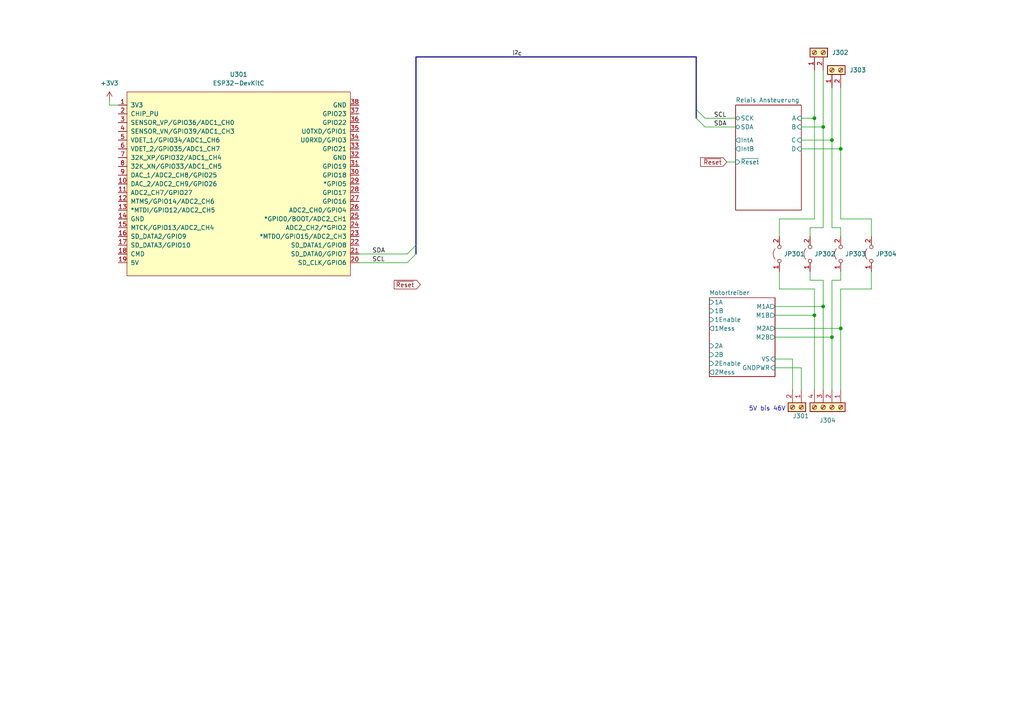
<source format=kicad_sch>
(kicad_sch (version 20211123) (generator eeschema)
  (paper "A4")
  (title_block (date "2022-03-14") (company "makerspace Bocholt"))
  (lib_symbols
    (symbol "Connector:Screw_Terminal_01x02" (pin_names (offset 1.016) hide)
      (property "Reference" "J" (at 0 2.54 0))
      (property "Value" "Screw_Terminal_01x02" (at 0 -5.08 0))
      (symbol "Screw_Terminal_01x02_1_1"
        (rectangle (start -1.27 1.27) (end 1.27 -3.81) (stroke (width 0.254)) (fill (type background)))
        (circle (center 0 -2.54) (radius 0.635) (stroke (width 0.1524)))
        (polyline (pts (xy -0.5334 -2.2098) (xy 0.3302 -3.048)) (stroke (width 0.1524)))
        (polyline (pts (xy -0.5334 0.3302) (xy 0.3302 -0.508)) (stroke (width 0.1524)))
        (polyline (pts (xy -0.3556 -2.032) (xy 0.508 -2.8702)) (stroke (width 0.1524)))
        (polyline (pts (xy -0.3556 0.508) (xy 0.508 -0.3302)) (stroke (width 0.1524)))
        (circle (center 0 0) (radius 0.635) (stroke (width 0.1524)))
        (pin passive line (at -5.08 0 0) (length 3.81) (name "Pin_1") (number "1"))
        (pin passive line (at -5.08 -2.54 0) (length 3.81) (name "Pin_2") (number "2"))
      )
    )
    (symbol "Connector:Screw_Terminal_01x04" (pin_names (offset 1.016) hide)
      (property "Reference" "J" (at 0 5.08 0))
      (property "Value" "Screw_Terminal_01x04" (at 0 -7.62 0))
      (symbol "Screw_Terminal_01x04_1_1"
        (rectangle (start -1.27 3.81) (end 1.27 -6.35) (stroke (width 0.254)) (fill (type background)))
        (circle (center 0 -5.08) (radius 0.635) (stroke (width 0.1524)))
        (circle (center 0 -2.54) (radius 0.635) (stroke (width 0.1524)))
        (polyline (pts (xy -0.5334 -4.7498) (xy 0.3302 -5.588)) (stroke (width 0.1524)))
        (polyline (pts (xy -0.5334 -2.2098) (xy 0.3302 -3.048)) (stroke (width 0.1524)))
        (polyline (pts (xy -0.5334 0.3302) (xy 0.3302 -0.508)) (stroke (width 0.1524)))
        (polyline (pts (xy -0.5334 2.8702) (xy 0.3302 2.032)) (stroke (width 0.1524)))
        (polyline (pts (xy -0.3556 -4.572) (xy 0.508 -5.4102)) (stroke (width 0.1524)))
        (polyline (pts (xy -0.3556 -2.032) (xy 0.508 -2.8702)) (stroke (width 0.1524)))
        (polyline (pts (xy -0.3556 0.508) (xy 0.508 -0.3302)) (stroke (width 0.1524)))
        (polyline (pts (xy -0.3556 3.048) (xy 0.508 2.2098)) (stroke (width 0.1524)))
        (circle (center 0 0) (radius 0.635) (stroke (width 0.1524)))
        (circle (center 0 2.54) (radius 0.635) (stroke (width 0.1524)))
        (pin passive line (at -5.08 2.54 0) (length 3.81) (name "Pin_1") (number "1"))
        (pin passive line (at -5.08 0 0) (length 3.81) (name "Pin_2") (number "2"))
        (pin passive line (at -5.08 -2.54 0) (length 3.81) (name "Pin_3") (number "3"))
        (pin passive line (at -5.08 -5.08 0) (length 3.81) (name "Pin_4") (number "4"))
      )
    )
    (symbol "Espressif:ESP32-DevKitC" (pin_names (offset 1.016))
      (property "Reference" "U" (at -8.89 26.67 0))
      (property "Value" "ESP32-DevKitC" (at 0 -29.21 0))
      (symbol "ESP32-DevKitC_0_0"
        (pin power_in line (at -33.02 -11.43 0) (length 2.54) (name "GND") (number "14"))
        (pin power_in line (at -33.02 -24.13 0) (length 2.54) (name "5V") (number "19"))
      )
      (symbol "ESP32-DevKitC_0_1"
        (rectangle (start -30.48 25.4) (end 34.29 -27.94) (fill (type background)))
      )
      (symbol "ESP32-DevKitC_1_1"
        (pin power_in line (at -33.02 21.59 0) (length 2.54) (name "3V3") (number "1"))
        (pin bidirectional line (at -33.02 -1.27 0) (length 2.54) (name "DAC_2/ADC2_CH9/GPIO26") (number "10"))
        (pin bidirectional line (at -33.02 -3.81 0) (length 2.54) (name "ADC2_CH7/GPIO27") (number "11"))
        (pin bidirectional line (at -33.02 -6.35 0) (length 2.54) (name "MTMS/GPIO14/ADC2_CH6") (number "12"))
        (pin bidirectional line (at -33.02 -8.89 0) (length 2.54) (name "*MTDI/GPIO12/ADC2_CH5") (number "13"))
        (pin bidirectional line (at -33.02 -13.97 0) (length 2.54) (name "MTCK/GPIO13/ADC2_CH4") (number "15"))
        (pin bidirectional line (at -33.02 -16.51 0) (length 2.54) (name "SD_DATA2/GPIO9") (number "16"))
        (pin bidirectional line (at -33.02 -19.05 0) (length 2.54) (name "SD_DATA3/GPIO10") (number "17"))
        (pin bidirectional line (at -33.02 -21.59 0) (length 2.54) (name "CMD") (number "18"))
        (pin input line (at -33.02 19.05 0) (length 2.54) (name "CHIP_PU") (number "2"))
        (pin bidirectional line (at 36.83 -24.13 180) (length 2.54) (name "SD_CLK/GPIO6") (number "20"))
        (pin bidirectional line (at 36.83 -21.59 180) (length 2.54) (name "SD_DATA0/GPIO7") (number "21"))
        (pin bidirectional line (at 36.83 -19.05 180) (length 2.54) (name "SD_DATA1/GPIO8") (number "22"))
        (pin bidirectional line (at 36.83 -16.51 180) (length 2.54) (name "*MTDO/GPIO15/ADC2_CH3") (number "23"))
        (pin bidirectional line (at 36.83 -13.97 180) (length 2.54) (name "ADC2_CH2/*GPIO2") (number "24"))
        (pin bidirectional line (at 36.83 -11.43 180) (length 2.54) (name "*GPIO0/BOOT/ADC2_CH1") (number "25"))
        (pin bidirectional line (at 36.83 -8.89 180) (length 2.54) (name "ADC2_CH0/GPIO4") (number "26"))
        (pin bidirectional line (at 36.83 -6.35 180) (length 2.54) (name "GPIO16") (number "27"))
        (pin bidirectional line (at 36.83 -3.81 180) (length 2.54) (name "GPIO17") (number "28"))
        (pin bidirectional line (at 36.83 -1.27 180) (length 2.54) (name "*GPIO5") (number "29"))
        (pin input line (at -33.02 16.51 0) (length 2.54) (name "SENSOR_VP/GPIO36/ADC1_CH0") (number "3"))
        (pin bidirectional line (at 36.83 1.27 180) (length 2.54) (name "GPIO18") (number "30"))
        (pin bidirectional line (at 36.83 3.81 180) (length 2.54) (name "GPIO19") (number "31"))
        (pin power_in line (at 36.83 6.35 180) (length 2.54) (name "GND") (number "32"))
        (pin bidirectional line (at 36.83 8.89 180) (length 2.54) (name "GPIO21") (number "33"))
        (pin bidirectional line (at 36.83 11.43 180) (length 2.54) (name "U0RXD/GPIO3") (number "34"))
        (pin bidirectional line (at 36.83 13.97 180) (length 2.54) (name "U0TXD/GPIO1") (number "35"))
        (pin bidirectional line (at 36.83 16.51 180) (length 2.54) (name "GPIO22") (number "36"))
        (pin bidirectional line (at 36.83 19.05 180) (length 2.54) (name "GPIO23") (number "37"))
        (pin power_in line (at 36.83 21.59 180) (length 2.54) (name "GND") (number "38"))
        (pin input line (at -33.02 13.97 0) (length 2.54) (name "SENSOR_VN/GPIO39/ADC1_CH3") (number "4"))
        (pin input line (at -33.02 11.43 0) (length 2.54) (name "VDET_1/GPIO34/ADC1_CH6") (number "5"))
        (pin input line (at -33.02 8.89 0) (length 2.54) (name "VDET_2/GPIO35/ADC1_CH7") (number "6"))
        (pin bidirectional line (at -33.02 6.35 0) (length 2.54) (name "32K_XP/GPIO32/ADC1_CH4") (number "7"))
        (pin bidirectional line (at -33.02 3.81 0) (length 2.54) (name "32K_XN/GPIO33/ADC1_CH5") (number "8"))
        (pin bidirectional line (at -33.02 1.27 0) (length 2.54) (name "DAC_1/ADC2_CH8/GPIO25") (number "9"))
      )
    )
    (symbol "Jumper:Jumper_2_Open" (pin_names (offset 0) hide)
      (property "Reference" "JP" (at 0 2.794 0))
      (property "Value" "Jumper_2_Open" (at 0 -2.286 0))
      (symbol "Jumper_2_Open_0_0"
        (circle (center -2.032 0) (radius 0.508))
        (circle (center 2.032 0) (radius 0.508))
      )
      (symbol "Jumper_2_Open_0_1"
        (arc (start 1.524 1.27) (mid 0 1.778) (end -1.524 1.27))
      )
      (symbol "Jumper_2_Open_1_1"
        (pin passive line (at -5.08 0 0) (length 2.54) (name "A") (number "1"))
        (pin passive line (at 5.08 0 180) (length 2.54) (name "B") (number "2"))
      )
    )
    (symbol "power:+3.3V" (power) (pin_names (offset 0))
      (property "Value" "+3.3V" (at 0 3.556 0))
      (symbol "+3.3V_0_1"
        (polyline (pts (xy -0.762 1.27) (xy 0 2.54)))
        (polyline (pts (xy 0 0) (xy 0 2.54)))
        (polyline (pts (xy 0 2.54) (xy 0.762 1.27)))
      )
      (symbol "+3.3V_1_1"
        (pin power_in line (at 0 0 90) (length 0) hide (name "+3V3") (number "1"))
      )
    )
  )
  (junction (at 238.76 88.9))
  (junction (at 238.76 36.83))
  (junction (at 236.22 91.44))
  (junction (at 243.84 43.18))
  (junction (at 243.84 95.25))
  (junction (at 241.3 40.64))
  (junction (at 241.3 97.79))
  (junction (at 236.22 34.29))
  (bus_entry (at 118.11 73.66) (size 2.54 -2.54))
  (bus_entry (at 118.11 76.2) (size 2.54 -2.54))
  (bus_entry (at 201.93 31.75) (size 2.54 2.54))
  (bus_entry (at 201.93 34.29) (size 2.54 2.54))
  (wire (pts (xy 232.41 113.03) (xy 232.41 106.68)))
  (wire (pts (xy 243.84 43.18) (xy 243.84 63.5)))
  (wire (pts (xy 243.84 25.4) (xy 243.84 43.18)))
  (wire (pts (xy 243.84 66.04) (xy 243.84 68.58)))
  (wire (pts (xy 232.41 43.18) (xy 243.84 43.18)))
  (wire (pts (xy 210.82 46.99) (xy 213.36 46.99)))
  (wire (pts (xy 224.79 97.79) (xy 241.3 97.79)))
  (wire (pts (xy 238.76 81.28) (xy 238.76 88.9)))
  (wire (pts (xy 243.84 78.74) (xy 243.84 81.28)))
  (wire (pts (xy 241.3 25.4) (xy 241.3 40.64)))
  (wire (pts (xy 238.76 88.9) (xy 238.76 113.03)))
  (wire (pts (xy 236.22 83.82) (xy 236.22 91.44)))
  (wire (pts (xy 243.84 63.5) (xy 252.73 63.5)))
  (wire (pts (xy 252.73 78.74) (xy 252.73 83.82)))
  (wire (pts (xy 224.79 88.9) (xy 238.76 88.9)))
  (wire (pts (xy 31.75 29.21) (xy 31.75 30.48)))
  (wire (pts (xy 236.22 91.44) (xy 236.22 113.03)))
  (wire (pts (xy 241.3 66.04) (xy 243.84 66.04)))
  (wire (pts (xy 226.06 78.74) (xy 226.06 83.82)))
  (wire (pts (xy 229.87 113.03) (xy 229.87 104.14)))
  (bus (pts (xy 120.65 71.12) (xy 120.65 73.66)))
  (wire (pts (xy 224.79 95.25) (xy 243.84 95.25)))
  (wire (pts (xy 238.76 20.32) (xy 238.76 36.83)))
  (wire (pts (xy 232.41 36.83) (xy 238.76 36.83)))
  (wire (pts (xy 31.75 30.48) (xy 34.29 30.48)))
  (wire (pts (xy 234.95 78.74) (xy 234.95 81.28)))
  (wire (pts (xy 241.3 40.64) (xy 241.3 66.04)))
  (wire (pts (xy 236.22 20.32) (xy 236.22 34.29)))
  (wire (pts (xy 234.95 66.04) (xy 234.95 68.58)))
  (bus (pts (xy 120.65 16.51) (xy 120.65 71.12)))
  (wire (pts (xy 238.76 36.83) (xy 238.76 66.04)))
  (wire (pts (xy 243.84 81.28) (xy 241.3 81.28)))
  (wire (pts (xy 252.73 83.82) (xy 243.84 83.82)))
  (wire (pts (xy 204.47 36.83) (xy 213.36 36.83)))
  (wire (pts (xy 243.84 83.82) (xy 243.84 95.25)))
  (wire (pts (xy 104.14 76.2) (xy 118.11 76.2)))
  (wire (pts (xy 104.14 73.66) (xy 118.11 73.66)))
  (wire (pts (xy 229.87 104.14) (xy 224.79 104.14)))
  (bus (pts (xy 120.65 16.51) (xy 201.93 16.51)))
  (wire (pts (xy 252.73 63.5) (xy 252.73 68.58)))
  (wire (pts (xy 232.41 40.64) (xy 241.3 40.64)))
  (wire (pts (xy 241.3 81.28) (xy 241.3 97.79)))
  (wire (pts (xy 226.06 83.82) (xy 236.22 83.82)))
  (wire (pts (xy 226.06 63.5) (xy 226.06 68.58)))
  (wire (pts (xy 232.41 106.68) (xy 224.79 106.68)))
  (wire (pts (xy 238.76 66.04) (xy 234.95 66.04)))
  (wire (pts (xy 234.95 81.28) (xy 238.76 81.28)))
  (wire (pts (xy 232.41 34.29) (xy 236.22 34.29)))
  (bus (pts (xy 201.93 31.75) (xy 201.93 16.51)))
  (wire (pts (xy 224.79 91.44) (xy 236.22 91.44)))
  (wire (pts (xy 241.3 97.79) (xy 241.3 113.03)))
  (wire (pts (xy 243.84 95.25) (xy 243.84 113.03)))
  (wire (pts (xy 236.22 34.29) (xy 236.22 63.5)))
  (wire (pts (xy 204.47 34.29) (xy 213.36 34.29)))
  (wire (pts (xy 236.22 63.5) (xy 226.06 63.5)))
  (bus (pts (xy 201.93 34.29) (xy 201.93 31.75)))
  (text "5V bis 46V" (at 217.17 119.38 0) (effects (font (size 1.27 1.27)) (justify left bottom)))
  (label "SDA" (at 107.95 73.66 0))
  (label "SDA" (at 207.01 36.83 0))
  (label "i^{2}c" (at 148.59 16.51 0))
  (label "SCL" (at 107.95 76.2 0))
  (label "SCL" (at 207.01 34.29 0))
  (global_label "~{Reset}" (shape output) (at 114.3 82.55 0) (property "Referenzen zwischen Schaltplänen" "${INTERSHEET_REFS}" (effects hide)))
  (global_label "~{Reset}" (shape input) (at 210.82 46.99 180) (property "Referenzen zwischen Schaltplänen" "${INTERSHEET_REFS}" (effects hide)))
  (symbol (lib_id "Connector:Screw_Terminal_01x04") (at 241.3 118.11 270) (unit 1)
    (property "Reference" "J304" (at 240.03 121.92 90))
    (property "Value" "Screw_Terminal_01x04" (effects hide))
    (property "Footprint" "TerminalBlock_Phoenix:TerminalBlock_Phoenix_MKDS-1,5-4-5.08_1x04_P5.08mm_Horizontal" (effects hide))
  )
  (symbol (lib_id "Jumper:Jumper_2_Open") (at 243.84 73.66 90) (unit 1)
    (property "Reference" "JP303" (at 245.11 73.6599 90) (effects (justify right)))
    (property "Value" "Jumper_2_Open" (effects hide))
    (property "Footprint" "Resistor_THT:R_Axial_DIN0207_L6.3mm_D2.5mm_P10.16mm_Horizontal" (effects hide))
  )
  (symbol (lib_id "Connector:Screw_Terminal_01x02") (at 232.41 118.11 270) (unit 1)
    (property "Reference" "J301" (at 229.87 120.65 90) (effects (justify left)))
    (property "Value" "Screw_Terminal_01x02" (effects hide))
    (property "Footprint" "TerminalBlock_Phoenix:TerminalBlock_Phoenix_MKDS-1,5-2-5.08_1x02_P5.08mm_Horizontal" (effects hide))
  )
  (symbol (lib_id "Connector:Screw_Terminal_01x02") (at 241.3 20.32 90) (unit 1)
    (property "Reference" "J303" (at 246.38 20.3199 90) (effects (justify right)))
    (property "Value" "Screw_Terminal_01x02" (effects hide))
    (property "Footprint" "TerminalBlock_Phoenix:TerminalBlock_Phoenix_MKDS-1,5-2-5.08_1x02_P5.08mm_Horizontal" (effects hide))
  )
  (symbol (lib_id "Espressif:ESP32-DevKitC") (at 67.31 52.07 0) (unit 1)
    (property "Reference" "U301" (at 69.215 21.59 0))
    (property "Value" "ESP32-DevKitC" (at 69.215 24.13 0))
    (property "Footprint" "Espressif:ESP32-DevKitC" (effects hide))
    (property "Datasheet" "https://docs.espressif.com/projects/esp-idf/zh_CN/latest/esp32/hw-reference/esp32/get-started-devkitc.html" (effects hide))
  )
  (symbol (lib_id "Jumper:Jumper_2_Open") (at 234.95 73.66 90) (unit 1)
    (property "Reference" "JP302" (at 236.22 73.6599 90) (effects (justify right)))
    (property "Value" "Jumper_2_Open" (effects hide))
    (property "Footprint" "Resistor_THT:R_Axial_DIN0207_L6.3mm_D2.5mm_P10.16mm_Horizontal" (effects hide))
  )
  (symbol (lib_id "Jumper:Jumper_2_Open") (at 226.06 73.66 90) (unit 1)
    (property "Reference" "JP301" (at 227.33 73.6599 90) (effects (justify right)))
    (property "Value" "Jumper_2_Open" (effects hide))
    (property "Footprint" "Resistor_THT:R_Axial_DIN0207_L6.3mm_D2.5mm_P10.16mm_Horizontal" (effects hide))
  )
  (symbol (lib_id "Connector:Screw_Terminal_01x02") (at 236.22 15.24 90) (unit 1)
    (property "Reference" "J302" (at 241.3 15.2399 90) (effects (justify right)))
    (property "Value" "Screw_Terminal_01x02" (effects hide))
    (property "Footprint" "TerminalBlock_Phoenix:TerminalBlock_Phoenix_MKDS-1,5-2-5.08_1x02_P5.08mm_Horizontal" (effects hide))
  )
  (symbol (lib_id "Jumper:Jumper_2_Open") (at 252.73 73.66 90) (unit 1)
    (property "Reference" "JP304" (at 254 73.6599 90) (effects (justify right)))
    (property "Value" "Jumper_2_Open" (effects hide))
    (property "Footprint" "Resistor_THT:R_Axial_DIN0207_L6.3mm_D2.5mm_P10.16mm_Horizontal" (effects hide))
  )
  (symbol (lib_id "power:+3.3V") (at 31.75 29.21 0) (unit 1)
    (property "Reference" "#PWR0301" (effects hide))
    (property "Value" "+3.3V" (at 31.75 24.13 0))
  )
  (sheet (at 205.74 86.36) (size 19.05 22.86) (stroke (width 0.1524))
    (property "Sheet name" "Motortreiber" (at 205.74 85.6484 0) (effects (justify left bottom)))
    (property "Sheet file" "motortreiber.kicad_sch" (effects hide))
    (pin "M1B" output (at 224.79 91.44 0))
    (pin "M1A" output (at 224.79 88.9 0))
    (pin "M2B" output (at 224.79 97.79 0))
    (pin "M2A" output (at 224.79 95.25 0))
    (pin "1Enable" input (at 205.74 92.71 180))
    (pin "1B" input (at 205.74 90.17 180))
    (pin "1A" input (at 205.74 87.63 180))
    (pin "2Enable" input (at 205.74 105.41 180))
    (pin "2A" input (at 205.74 100.33 180))
    (pin "2B" input (at 205.74 102.87 180))
    (pin "2Mess" output (at 205.74 107.95 180))
    (pin "1Mess" output (at 205.74 95.25 180))
    (pin "VS" input (at 224.79 104.14 0))
    (pin "GNDPWR" input (at 224.79 106.68 0))
  )
  (sheet (at 213.36 30.48) (size 19.05 30.48) (stroke (width 0.1524))
    (property "Sheet name" "Relais Ansteuerung" (at 213.36 29.7684 0) (effects (justify left bottom)))
    (property "Sheet file" "RelaisAnsteuerung.kicad_sch" (effects hide))
    (pin "SCK" bidirectional (at 213.36 34.29 180))
    (pin "SDA" bidirectional (at 213.36 36.83 180))
    (pin "IntA" output (at 213.36 40.64 180))
    (pin "IntB" output (at 213.36 43.18 180))
    (pin "~{Reset}" input (at 213.36 46.99 180))
    (pin "C" input (at 232.41 40.64 0))
    (pin "D" input (at 232.41 43.18 0))
    (pin "A" input (at 232.41 34.29 0))
    (pin "B" input (at 232.41 36.83 0))
  )
)
</source>
